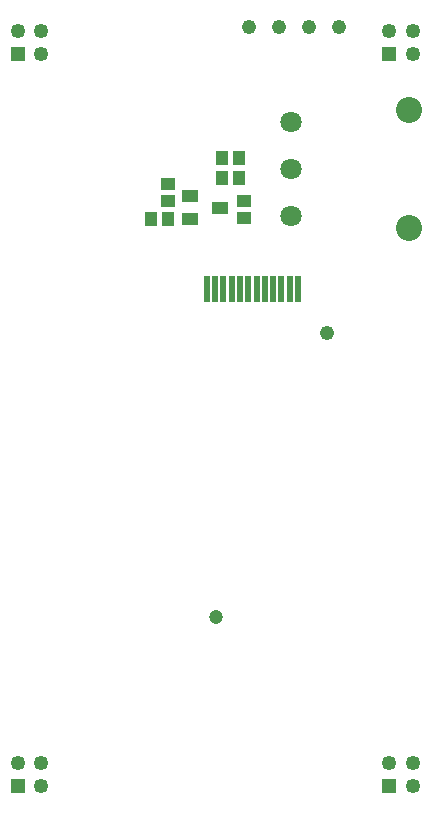
<source format=gbs>
G04*
G04 #@! TF.GenerationSoftware,Altium Limited,Altium Designer,21.3.2 (30)*
G04*
G04 Layer_Color=16711935*
%FSTAX24Y24*%
%MOIN*%
G70*
G04*
G04 #@! TF.SameCoordinates,65AEA3AE-AEA4-4408-87EB-DFBB4D2FCE8C*
G04*
G04*
G04 #@! TF.FilePolarity,Negative*
G04*
G01*
G75*
%ADD12C,0.0867*%
%ADD13C,0.0710*%
%ADD14C,0.0493*%
%ADD15R,0.0493X0.0493*%
%ADD32R,0.0218X0.0867*%
%ADD33R,0.0400X0.0460*%
%ADD34R,0.0460X0.0400*%
%ADD35R,0.0552X0.0415*%
%ADD36C,0.0480*%
%ADD37C,0.0474*%
D12*
X042725Y035331D02*
D03*
Y039269D02*
D03*
D13*
X038788Y0373D02*
D03*
Y038875D02*
D03*
Y035725D02*
D03*
D14*
X042872Y04192D02*
D03*
X042085D02*
D03*
X042872Y041133D02*
D03*
X03048Y04192D02*
D03*
X029693D02*
D03*
X03048Y041133D02*
D03*
Y01752D02*
D03*
X029693D02*
D03*
X03048Y016733D02*
D03*
X042872Y01752D02*
D03*
X042085D02*
D03*
X042872Y016733D02*
D03*
D15*
X042085Y041133D02*
D03*
X029693D02*
D03*
Y016733D02*
D03*
X042085D02*
D03*
D32*
X036278Y033293D02*
D03*
X036002D02*
D03*
X039034D02*
D03*
X038758D02*
D03*
X038482D02*
D03*
X038207D02*
D03*
X037931D02*
D03*
X036829D02*
D03*
X037656D02*
D03*
X03738D02*
D03*
X036553D02*
D03*
X037104D02*
D03*
D33*
X0347Y03565D02*
D03*
X03414D02*
D03*
X03708Y03702D02*
D03*
X03652D02*
D03*
X03708Y03767D02*
D03*
X03652D02*
D03*
D34*
X0347Y0368D02*
D03*
Y03624D02*
D03*
X03725Y03567D02*
D03*
Y03623D02*
D03*
D35*
X036434Y036024D02*
D03*
X035452Y036394D02*
D03*
X03545Y03565D02*
D03*
D36*
X0394Y04205D02*
D03*
X0404D02*
D03*
X0384D02*
D03*
X0374D02*
D03*
X04Y03185D02*
D03*
D37*
X036295Y02237D02*
D03*
M02*

</source>
